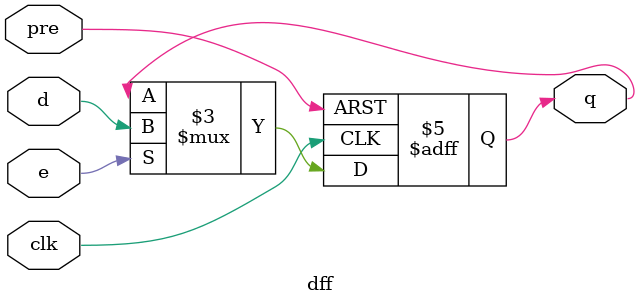
<source format=v>
module dff(input pre, d, e, clk, output reg q);
    always @(posedge clk or negedge pre) begin
        if(~pre) 
            q <= 1'b1;
        else begin
            if (e)
                q <= d;
        end

    end
endmodule
</source>
